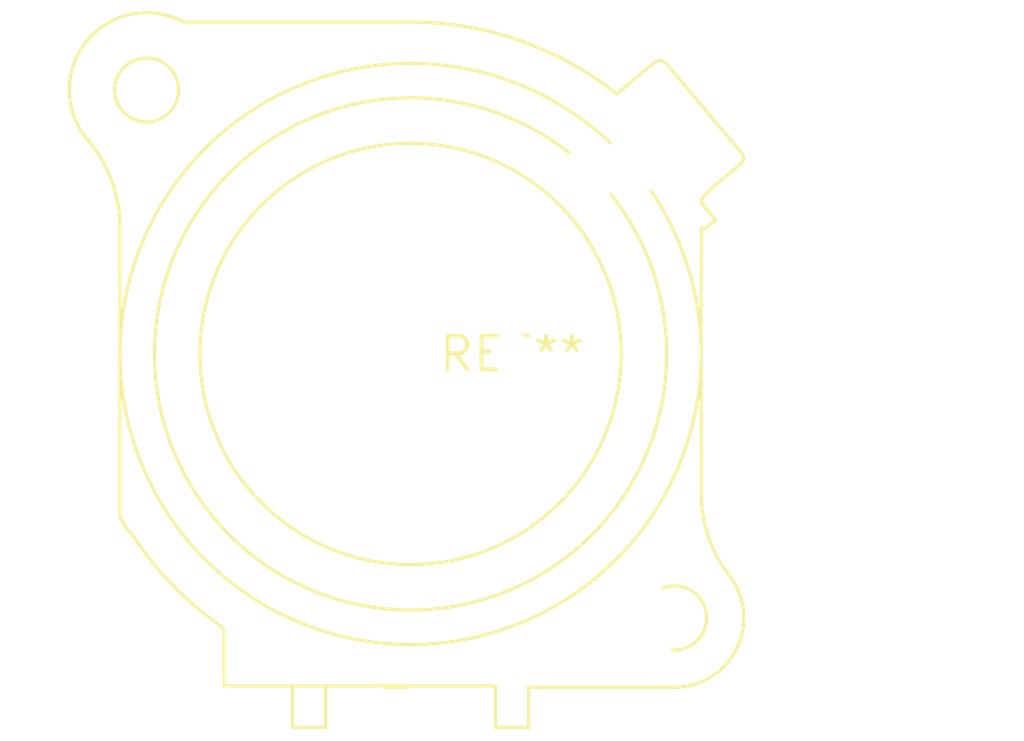
<source format=kicad_pcb>
(kicad_pcb (version 20240108) (generator pcbnew)
  (layers (0 "F.Cu" signal) (31 "B.Cu" signal) (34 "B.Paste" user) (35 "F.Paste" user) (36 "B.SilkS" user "B.Silkscreen") (37 "F.SilkS" user "F.Silkscreen") (38 "B.Mask" user) (39 "F.Mask" user) (44 "Edge.Cuts" user))
  (net 0 "")
  (footprint "Jack_XLR_Neutrik_NC3FBV2-SW_Vertical" (layer "F.Cu") (at 0 0)
    (property "Reference" "REF**")
    (property "Value" "Jack_XLR_Neutrik_NC3FBV2-SW_Vertical")
    (fp_line (start -14.71 -4.76) (end -14.71 6.12) (layer "F.SilkS") (stroke (width 0.12)))
    (fp_line (start -10.81 10.37) (end -10.81 12.45) (layer "F.SilkS") (stroke (width 0.12)))
    (fp_line (start -10.81 12.45) (end -0.63 12.45) (layer "F.SilkS") (stroke (width 0.12)))
    (fp_line (start -8.24 12.45) (end -8.24 14) (layer "F.SilkS") (stroke (width 0.12)))
    (fp_line (start -7 14) (end -8.24 14) (layer "F.SilkS") (stroke (width 0.12)))
    (fp_line (start -7 14) (end -7 12.45) (layer "F.SilkS") (stroke (width 0.12)))
    (fp_line (start -4.81 12.5) (end -3.94 12.5) (layer "F.SilkS") (stroke (width 0.12)))
    (fp_line (start -3.81 -12.45) (end -12.33 -12.45) (layer "F.SilkS") (stroke (width 0.12)))
    (fp_line (start -0.63 12.5) (end -0.67501 12.5) (layer "F.SilkS") (stroke (width 0.12)))
    (fp_line (start -0.63 12.5) (end -0.63 12.45) (layer "F.SilkS") (stroke (width 0.12)))
    (fp_line (start -0.63 12.5) (end -0.63 14) (layer "F.SilkS") (stroke (width 0.12)))
    (fp_line (start 0.62 12.5) (end 6.09 12.5) (layer "F.SilkS") (stroke (width 0.12)))
    (fp_line (start 0.62 14) (end -0.63 14) (layer "F.SilkS") (stroke (width 0.12)))
    (fp_line (start 0.62 14) (end 0.62 12.5) (layer "F.SilkS") (stroke (width 0.12)))
    (fp_line (start 3.93 -9.76) (end 5.35 -10.94) (layer "F.SilkS") (stroke (width 0.12)))
    (fp_line (start 5.77 -10.91) (end 8.6 -7.54) (layer "F.SilkS") (stroke (width 0.12)))
    (fp_line (start 7.09 -5.68) (end 7.09 -5.8) (layer "F.SilkS") (stroke (width 0.12)))
    (fp_line (start 7.09 -5.68) (end 7.63 -5.03) (layer "F.SilkS") (stroke (width 0.12)))
    (fp_line (start 7.09 -4.72) (end 7.25 -4.71) (layer "F.SilkS") (stroke (width 0.12)))
    (fp_line (start 7.09 5.24) (end 7.09 -4.72) (layer "F.SilkS") (stroke (width 0.12)))
    (fp_line (start 7.49 -6.22) (end 7.09 -5.8) (layer "F.SilkS") (stroke (width 0.12)))
    (fp_line (start 7.63 -5.03) (end 7.25 -4.71) (layer "F.SilkS") (stroke (width 0.12)))
    (fp_line (start 8.56 -7.12) (end 7.49 -6.22) (layer "F.SilkS") (stroke (width 0.12)))
    (fp_arc (start -15.916051 -8.020379) (mid -15.021177 -6.498148) (end -14.71 -4.76) (layer "F.SilkS") (stroke (width 0.12)))
    (fp_arc (start -15.912179 -8.013918) (mid -15.965815 -11.721592) (end -12.33 -12.45) (layer "F.SilkS") (stroke (width 0.12)))
    (fp_arc (start -14.421158 6.608156) (mid -14.568348 6.365716) (end -14.71 6.12) (layer "F.SilkS") (stroke (width 0.12)))
    (fp_arc (start -14.305433 6.684771) (mid -14.369308 6.657486) (end -14.42 6.61) (layer "F.SilkS") (stroke (width 0.12)))
    (fp_arc (start -10.872947 10.242974) (mid -10.829902 10.300753) (end -10.81 10.37) (layer "F.SilkS") (stroke (width 0.12)))
    (fp_arc (start -10.869996 10.244641) (mid -12.763182 8.639256) (end -14.3 6.69) (layer "F.SilkS") (stroke (width 0.12)))
    (fp_arc (start -3.813831 -12.449537) (mid 0.28062 -11.758308) (end 3.92 -9.759) (layer "F.SilkS") (stroke (width 0.12)))
    (fp_arc (start 3.69 -6) (mid -10.58257 6.810455) (end 2.148069 -7.533353) (layer "F.SilkS") (stroke (width 0.12)))
    (fp_arc (start 5.22 -6.1) (mid -12.122241 7.046812) (end 3.685671 -7.909855) (layer "F.SilkS") (stroke (width 0.12)))
    (fp_arc (start 5.3 -10.9) (mid 5.532929 -11.00234) (end 5.77 -10.91) (layer "F.SilkS") (stroke (width 0.12)))
    (fp_arc (start 5.625402 8.789933) (mid 7.277854 9.707379) (end 6 11.1) (layer "F.SilkS") (stroke (width 0.12)))
    (fp_arc (start 8.141619 8.302858) (mid 8.42587 11.041804) (end 6.09 12.5) (layer "F.SilkS") (stroke (width 0.12)))
    (fp_arc (start 8.14247 8.305283) (mid 7.360446 6.860467) (end 7.09 5.24) (layer "F.SilkS") (stroke (width 0.12)))
    (fp_arc (start 8.6 -7.54) (mid 8.666985 -7.321716) (end 8.56 -7.12) (layer "F.SilkS") (stroke (width 0.12)))
    (fp_circle (center -13.71 -9.9) (end -12.51 -9.9) (layer "F.SilkS") (stroke (width 0.12)) (fill none))
    (fp_circle (center -3.81 0) (end 4.09 0) (layer "F.SilkS") (stroke (width 0.12)) (fill none))
    (pad "1" thru_hole circle (at 0 0) (size 3.4 3.4) (drill 1.6) (layers *.Cu *.Mask) (remove_unused_layers))
    (pad "2" thru_hole circle (at -7.62 0) (size 3.4 3.4) (drill 1.6) (layers *.Cu *.Mask) (remove_unused_layers))
    (pad "3" thru_hole circle (at -3.81 4.45) (size 2.9 2.9) (drill 1.2) (layers *.Cu *.Mask) (remove_unused_layers))
    (pad "G" thru_hole circle (at 4.44 10.16) (size 2.9 2.9) (drill 1.2) (layers *.Cu *.Mask) (remove_unused_layers))
    (pad "N" thru_hole circle (at 4.445 -6.985) (size 1.8 1.8) (drill 1.2) (layers *.Cu *.Mask) (remove_unused_layers))
    (pad "NC" thru_hole circle (at 2.54 -6.35) (size 1.8 1.8) (drill 1.2) (layers *.Cu *.Mask) (remove_unused_layers))
    (pad "NO" thru_hole circle (at 6.35 -7.62) (size 1.8 1.8) (drill 1.2) (layers *.Cu *.Mask) (remove_unused_layers))
  )
)
</source>
